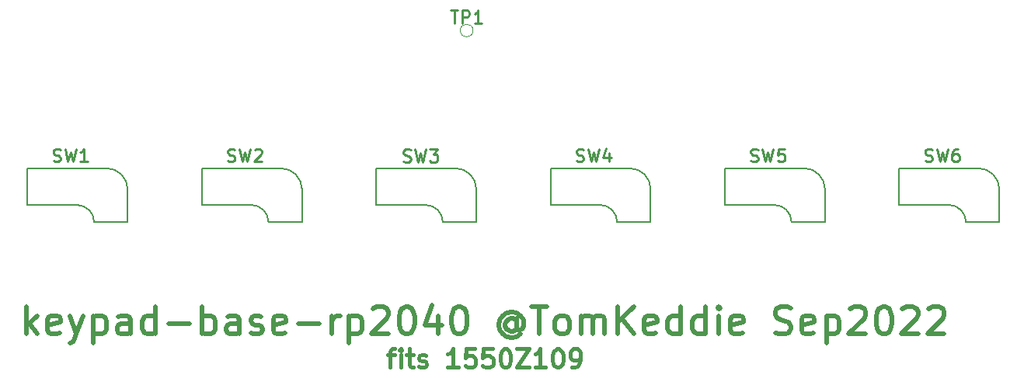
<source format=gto>
G04 #@! TF.GenerationSoftware,KiCad,Pcbnew,6.0.7-f9a2dced07~116~ubuntu22.04.1*
G04 #@! TF.CreationDate,2022-09-04T10:12:19-07:00*
G04 #@! TF.ProjectId,keypad-base-rp2040,6b657970-6164-42d6-9261-73652d727032,Jun2021*
G04 #@! TF.SameCoordinates,PX55fe290PY71d9820*
G04 #@! TF.FileFunction,Legend,Top*
G04 #@! TF.FilePolarity,Positive*
%FSLAX46Y46*%
G04 Gerber Fmt 4.6, Leading zero omitted, Abs format (unit mm)*
G04 Created by KiCad (PCBNEW 6.0.7-f9a2dced07~116~ubuntu22.04.1) date 2022-09-04 10:12:19*
%MOMM*%
%LPD*%
G01*
G04 APERTURE LIST*
%ADD10C,0.400000*%
%ADD11C,0.500000*%
%ADD12C,0.250000*%
%ADD13C,0.150000*%
%ADD14C,0.120000*%
G04 APERTURE END LIST*
D10*
X63244152Y5762572D02*
X64006057Y5762572D01*
X63529866Y4429239D02*
X63529866Y6143524D01*
X63625104Y6334000D01*
X63815580Y6429239D01*
X64006057Y6429239D01*
X64672723Y4429239D02*
X64672723Y5762572D01*
X64672723Y6429239D02*
X64577485Y6334000D01*
X64672723Y6238762D01*
X64767961Y6334000D01*
X64672723Y6429239D01*
X64672723Y6238762D01*
X65339390Y5762572D02*
X66101295Y5762572D01*
X65625104Y6429239D02*
X65625104Y4714953D01*
X65720342Y4524477D01*
X65910819Y4429239D01*
X66101295Y4429239D01*
X66672723Y4524477D02*
X66863200Y4429239D01*
X67244152Y4429239D01*
X67434628Y4524477D01*
X67529866Y4714953D01*
X67529866Y4810191D01*
X67434628Y5000667D01*
X67244152Y5095905D01*
X66958438Y5095905D01*
X66767961Y5191143D01*
X66672723Y5381620D01*
X66672723Y5476858D01*
X66767961Y5667334D01*
X66958438Y5762572D01*
X67244152Y5762572D01*
X67434628Y5667334D01*
X70958438Y4429239D02*
X69815580Y4429239D01*
X70387009Y4429239D02*
X70387009Y6429239D01*
X70196533Y6143524D01*
X70006057Y5953048D01*
X69815580Y5857810D01*
X72767961Y6429239D02*
X71815580Y6429239D01*
X71720342Y5476858D01*
X71815580Y5572096D01*
X72006057Y5667334D01*
X72482247Y5667334D01*
X72672723Y5572096D01*
X72767961Y5476858D01*
X72863200Y5286381D01*
X72863200Y4810191D01*
X72767961Y4619715D01*
X72672723Y4524477D01*
X72482247Y4429239D01*
X72006057Y4429239D01*
X71815580Y4524477D01*
X71720342Y4619715D01*
X74672723Y6429239D02*
X73720342Y6429239D01*
X73625104Y5476858D01*
X73720342Y5572096D01*
X73910819Y5667334D01*
X74387009Y5667334D01*
X74577485Y5572096D01*
X74672723Y5476858D01*
X74767961Y5286381D01*
X74767961Y4810191D01*
X74672723Y4619715D01*
X74577485Y4524477D01*
X74387009Y4429239D01*
X73910819Y4429239D01*
X73720342Y4524477D01*
X73625104Y4619715D01*
X76006057Y6429239D02*
X76196533Y6429239D01*
X76387009Y6334000D01*
X76482247Y6238762D01*
X76577485Y6048286D01*
X76672723Y5667334D01*
X76672723Y5191143D01*
X76577485Y4810191D01*
X76482247Y4619715D01*
X76387009Y4524477D01*
X76196533Y4429239D01*
X76006057Y4429239D01*
X75815580Y4524477D01*
X75720342Y4619715D01*
X75625104Y4810191D01*
X75529866Y5191143D01*
X75529866Y5667334D01*
X75625104Y6048286D01*
X75720342Y6238762D01*
X75815580Y6334000D01*
X76006057Y6429239D01*
X77339390Y6429239D02*
X78672723Y6429239D01*
X77339390Y4429239D01*
X78672723Y4429239D01*
X80482247Y4429239D02*
X79339390Y4429239D01*
X79910819Y4429239D02*
X79910819Y6429239D01*
X79720342Y6143524D01*
X79529866Y5953048D01*
X79339390Y5857810D01*
X81720342Y6429239D02*
X81910819Y6429239D01*
X82101295Y6334000D01*
X82196533Y6238762D01*
X82291771Y6048286D01*
X82387009Y5667334D01*
X82387009Y5191143D01*
X82291771Y4810191D01*
X82196533Y4619715D01*
X82101295Y4524477D01*
X81910819Y4429239D01*
X81720342Y4429239D01*
X81529866Y4524477D01*
X81434628Y4619715D01*
X81339390Y4810191D01*
X81244152Y5191143D01*
X81244152Y5667334D01*
X81339390Y6048286D01*
X81434628Y6238762D01*
X81529866Y6334000D01*
X81720342Y6429239D01*
X83339390Y4429239D02*
X83720342Y4429239D01*
X83910819Y4524477D01*
X84006057Y4619715D01*
X84196533Y4905429D01*
X84291771Y5286381D01*
X84291771Y6048286D01*
X84196533Y6238762D01*
X84101295Y6334000D01*
X83910819Y6429239D01*
X83529866Y6429239D01*
X83339390Y6334000D01*
X83244152Y6238762D01*
X83148914Y6048286D01*
X83148914Y5572096D01*
X83244152Y5381620D01*
X83339390Y5286381D01*
X83529866Y5191143D01*
X83910819Y5191143D01*
X84101295Y5286381D01*
X84196533Y5381620D01*
X84291771Y5572096D01*
D11*
X23934628Y8040858D02*
X23934628Y11040858D01*
X24220342Y9183715D02*
X25077485Y8040858D01*
X25077485Y10040858D02*
X23934628Y8898000D01*
X27506057Y8183715D02*
X27220342Y8040858D01*
X26648914Y8040858D01*
X26363200Y8183715D01*
X26220342Y8469429D01*
X26220342Y9612286D01*
X26363200Y9898000D01*
X26648914Y10040858D01*
X27220342Y10040858D01*
X27506057Y9898000D01*
X27648914Y9612286D01*
X27648914Y9326572D01*
X26220342Y9040858D01*
X28648914Y10040858D02*
X29363200Y8040858D01*
X30077485Y10040858D02*
X29363200Y8040858D01*
X29077485Y7326572D01*
X28934628Y7183715D01*
X28648914Y7040858D01*
X31220342Y10040858D02*
X31220342Y7040858D01*
X31220342Y9898000D02*
X31506057Y10040858D01*
X32077485Y10040858D01*
X32363200Y9898000D01*
X32506057Y9755143D01*
X32648914Y9469429D01*
X32648914Y8612286D01*
X32506057Y8326572D01*
X32363200Y8183715D01*
X32077485Y8040858D01*
X31506057Y8040858D01*
X31220342Y8183715D01*
X35220342Y8040858D02*
X35220342Y9612286D01*
X35077485Y9898000D01*
X34791771Y10040858D01*
X34220342Y10040858D01*
X33934628Y9898000D01*
X35220342Y8183715D02*
X34934628Y8040858D01*
X34220342Y8040858D01*
X33934628Y8183715D01*
X33791771Y8469429D01*
X33791771Y8755143D01*
X33934628Y9040858D01*
X34220342Y9183715D01*
X34934628Y9183715D01*
X35220342Y9326572D01*
X37934628Y8040858D02*
X37934628Y11040858D01*
X37934628Y8183715D02*
X37648914Y8040858D01*
X37077485Y8040858D01*
X36791771Y8183715D01*
X36648914Y8326572D01*
X36506057Y8612286D01*
X36506057Y9469429D01*
X36648914Y9755143D01*
X36791771Y9898000D01*
X37077485Y10040858D01*
X37648914Y10040858D01*
X37934628Y9898000D01*
X39363200Y9183715D02*
X41648914Y9183715D01*
X43077485Y8040858D02*
X43077485Y11040858D01*
X43077485Y9898000D02*
X43363200Y10040858D01*
X43934628Y10040858D01*
X44220342Y9898000D01*
X44363200Y9755143D01*
X44506057Y9469429D01*
X44506057Y8612286D01*
X44363200Y8326572D01*
X44220342Y8183715D01*
X43934628Y8040858D01*
X43363200Y8040858D01*
X43077485Y8183715D01*
X47077485Y8040858D02*
X47077485Y9612286D01*
X46934628Y9898000D01*
X46648914Y10040858D01*
X46077485Y10040858D01*
X45791771Y9898000D01*
X47077485Y8183715D02*
X46791771Y8040858D01*
X46077485Y8040858D01*
X45791771Y8183715D01*
X45648914Y8469429D01*
X45648914Y8755143D01*
X45791771Y9040858D01*
X46077485Y9183715D01*
X46791771Y9183715D01*
X47077485Y9326572D01*
X48363200Y8183715D02*
X48648914Y8040858D01*
X49220342Y8040858D01*
X49506057Y8183715D01*
X49648914Y8469429D01*
X49648914Y8612286D01*
X49506057Y8898000D01*
X49220342Y9040858D01*
X48791771Y9040858D01*
X48506057Y9183715D01*
X48363200Y9469429D01*
X48363200Y9612286D01*
X48506057Y9898000D01*
X48791771Y10040858D01*
X49220342Y10040858D01*
X49506057Y9898000D01*
X52077485Y8183715D02*
X51791771Y8040858D01*
X51220342Y8040858D01*
X50934628Y8183715D01*
X50791771Y8469429D01*
X50791771Y9612286D01*
X50934628Y9898000D01*
X51220342Y10040858D01*
X51791771Y10040858D01*
X52077485Y9898000D01*
X52220342Y9612286D01*
X52220342Y9326572D01*
X50791771Y9040858D01*
X53506057Y9183715D02*
X55791771Y9183715D01*
X57220342Y8040858D02*
X57220342Y10040858D01*
X57220342Y9469429D02*
X57363200Y9755143D01*
X57506057Y9898000D01*
X57791771Y10040858D01*
X58077485Y10040858D01*
X59077485Y10040858D02*
X59077485Y7040858D01*
X59077485Y9898000D02*
X59363200Y10040858D01*
X59934628Y10040858D01*
X60220342Y9898000D01*
X60363200Y9755143D01*
X60506057Y9469429D01*
X60506057Y8612286D01*
X60363200Y8326572D01*
X60220342Y8183715D01*
X59934628Y8040858D01*
X59363200Y8040858D01*
X59077485Y8183715D01*
X61648914Y10755143D02*
X61791771Y10898000D01*
X62077485Y11040858D01*
X62791771Y11040858D01*
X63077485Y10898000D01*
X63220342Y10755143D01*
X63363200Y10469429D01*
X63363200Y10183715D01*
X63220342Y9755143D01*
X61506057Y8040858D01*
X63363200Y8040858D01*
X65220342Y11040858D02*
X65506057Y11040858D01*
X65791771Y10898000D01*
X65934628Y10755143D01*
X66077485Y10469429D01*
X66220342Y9898000D01*
X66220342Y9183715D01*
X66077485Y8612286D01*
X65934628Y8326572D01*
X65791771Y8183715D01*
X65506057Y8040858D01*
X65220342Y8040858D01*
X64934628Y8183715D01*
X64791771Y8326572D01*
X64648914Y8612286D01*
X64506057Y9183715D01*
X64506057Y9898000D01*
X64648914Y10469429D01*
X64791771Y10755143D01*
X64934628Y10898000D01*
X65220342Y11040858D01*
X68791771Y10040858D02*
X68791771Y8040858D01*
X68077485Y11183715D02*
X67363200Y9040858D01*
X69220342Y9040858D01*
X70934628Y11040858D02*
X71220342Y11040858D01*
X71506057Y10898000D01*
X71648914Y10755143D01*
X71791771Y10469429D01*
X71934628Y9898000D01*
X71934628Y9183715D01*
X71791771Y8612286D01*
X71648914Y8326572D01*
X71506057Y8183715D01*
X71220342Y8040858D01*
X70934628Y8040858D01*
X70648914Y8183715D01*
X70506057Y8326572D01*
X70363200Y8612286D01*
X70220342Y9183715D01*
X70220342Y9898000D01*
X70363200Y10469429D01*
X70506057Y10755143D01*
X70648914Y10898000D01*
X70934628Y11040858D01*
X77363200Y9469429D02*
X77220342Y9612286D01*
X76934628Y9755143D01*
X76648914Y9755143D01*
X76363200Y9612286D01*
X76220342Y9469429D01*
X76077485Y9183715D01*
X76077485Y8898000D01*
X76220342Y8612286D01*
X76363200Y8469429D01*
X76648914Y8326572D01*
X76934628Y8326572D01*
X77220342Y8469429D01*
X77363200Y8612286D01*
X77363200Y9755143D02*
X77363200Y8612286D01*
X77506057Y8469429D01*
X77648914Y8469429D01*
X77934628Y8612286D01*
X78077485Y8898000D01*
X78077485Y9612286D01*
X77791771Y10040858D01*
X77363200Y10326572D01*
X76791771Y10469429D01*
X76220342Y10326572D01*
X75791771Y10040858D01*
X75506057Y9612286D01*
X75363200Y9040858D01*
X75506057Y8469429D01*
X75791771Y8040858D01*
X76220342Y7755143D01*
X76791771Y7612286D01*
X77363200Y7755143D01*
X77791771Y8040858D01*
X78934628Y11040858D02*
X80648914Y11040858D01*
X79791771Y8040858D02*
X79791771Y11040858D01*
X82077485Y8040858D02*
X81791771Y8183715D01*
X81648914Y8326572D01*
X81506057Y8612286D01*
X81506057Y9469429D01*
X81648914Y9755143D01*
X81791771Y9898000D01*
X82077485Y10040858D01*
X82506057Y10040858D01*
X82791771Y9898000D01*
X82934628Y9755143D01*
X83077485Y9469429D01*
X83077485Y8612286D01*
X82934628Y8326572D01*
X82791771Y8183715D01*
X82506057Y8040858D01*
X82077485Y8040858D01*
X84363200Y8040858D02*
X84363200Y10040858D01*
X84363200Y9755143D02*
X84506057Y9898000D01*
X84791771Y10040858D01*
X85220342Y10040858D01*
X85506057Y9898000D01*
X85648914Y9612286D01*
X85648914Y8040858D01*
X85648914Y9612286D02*
X85791771Y9898000D01*
X86077485Y10040858D01*
X86506057Y10040858D01*
X86791771Y9898000D01*
X86934628Y9612286D01*
X86934628Y8040858D01*
X88363200Y8040858D02*
X88363200Y11040858D01*
X90077485Y8040858D02*
X88791771Y9755143D01*
X90077485Y11040858D02*
X88363200Y9326572D01*
X92506057Y8183715D02*
X92220342Y8040858D01*
X91648914Y8040858D01*
X91363200Y8183715D01*
X91220342Y8469429D01*
X91220342Y9612286D01*
X91363200Y9898000D01*
X91648914Y10040858D01*
X92220342Y10040858D01*
X92506057Y9898000D01*
X92648914Y9612286D01*
X92648914Y9326572D01*
X91220342Y9040858D01*
X95220342Y8040858D02*
X95220342Y11040858D01*
X95220342Y8183715D02*
X94934628Y8040858D01*
X94363200Y8040858D01*
X94077485Y8183715D01*
X93934628Y8326572D01*
X93791771Y8612286D01*
X93791771Y9469429D01*
X93934628Y9755143D01*
X94077485Y9898000D01*
X94363200Y10040858D01*
X94934628Y10040858D01*
X95220342Y9898000D01*
X97934628Y8040858D02*
X97934628Y11040858D01*
X97934628Y8183715D02*
X97648914Y8040858D01*
X97077485Y8040858D01*
X96791771Y8183715D01*
X96648914Y8326572D01*
X96506057Y8612286D01*
X96506057Y9469429D01*
X96648914Y9755143D01*
X96791771Y9898000D01*
X97077485Y10040858D01*
X97648914Y10040858D01*
X97934628Y9898000D01*
X99363200Y8040858D02*
X99363200Y10040858D01*
X99363200Y11040858D02*
X99220342Y10898000D01*
X99363200Y10755143D01*
X99506057Y10898000D01*
X99363200Y11040858D01*
X99363200Y10755143D01*
X101934628Y8183715D02*
X101648914Y8040858D01*
X101077485Y8040858D01*
X100791771Y8183715D01*
X100648914Y8469429D01*
X100648914Y9612286D01*
X100791771Y9898000D01*
X101077485Y10040858D01*
X101648914Y10040858D01*
X101934628Y9898000D01*
X102077485Y9612286D01*
X102077485Y9326572D01*
X100648914Y9040858D01*
X105506057Y8183715D02*
X105934628Y8040858D01*
X106648914Y8040858D01*
X106934628Y8183715D01*
X107077485Y8326572D01*
X107220342Y8612286D01*
X107220342Y8898000D01*
X107077485Y9183715D01*
X106934628Y9326572D01*
X106648914Y9469429D01*
X106077485Y9612286D01*
X105791771Y9755143D01*
X105648914Y9898000D01*
X105506057Y10183715D01*
X105506057Y10469429D01*
X105648914Y10755143D01*
X105791771Y10898000D01*
X106077485Y11040858D01*
X106791771Y11040858D01*
X107220342Y10898000D01*
X109648914Y8183715D02*
X109363200Y8040858D01*
X108791771Y8040858D01*
X108506057Y8183715D01*
X108363200Y8469429D01*
X108363200Y9612286D01*
X108506057Y9898000D01*
X108791771Y10040858D01*
X109363200Y10040858D01*
X109648914Y9898000D01*
X109791771Y9612286D01*
X109791771Y9326572D01*
X108363200Y9040858D01*
X111077485Y10040858D02*
X111077485Y7040858D01*
X111077485Y9898000D02*
X111363200Y10040858D01*
X111934628Y10040858D01*
X112220342Y9898000D01*
X112363200Y9755143D01*
X112506057Y9469429D01*
X112506057Y8612286D01*
X112363200Y8326572D01*
X112220342Y8183715D01*
X111934628Y8040858D01*
X111363200Y8040858D01*
X111077485Y8183715D01*
X113648914Y10755143D02*
X113791771Y10898000D01*
X114077485Y11040858D01*
X114791771Y11040858D01*
X115077485Y10898000D01*
X115220342Y10755143D01*
X115363200Y10469429D01*
X115363200Y10183715D01*
X115220342Y9755143D01*
X113506057Y8040858D01*
X115363200Y8040858D01*
X117220342Y11040858D02*
X117506057Y11040858D01*
X117791771Y10898000D01*
X117934628Y10755143D01*
X118077485Y10469429D01*
X118220342Y9898000D01*
X118220342Y9183715D01*
X118077485Y8612286D01*
X117934628Y8326572D01*
X117791771Y8183715D01*
X117506057Y8040858D01*
X117220342Y8040858D01*
X116934628Y8183715D01*
X116791771Y8326572D01*
X116648914Y8612286D01*
X116506057Y9183715D01*
X116506057Y9898000D01*
X116648914Y10469429D01*
X116791771Y10755143D01*
X116934628Y10898000D01*
X117220342Y11040858D01*
X119363200Y10755143D02*
X119506057Y10898000D01*
X119791771Y11040858D01*
X120506057Y11040858D01*
X120791771Y10898000D01*
X120934628Y10755143D01*
X121077485Y10469429D01*
X121077485Y10183715D01*
X120934628Y9755143D01*
X119220342Y8040858D01*
X121077485Y8040858D01*
X122220342Y10755143D02*
X122363200Y10898000D01*
X122648914Y11040858D01*
X123363200Y11040858D01*
X123648914Y10898000D01*
X123791771Y10755143D01*
X123934628Y10469429D01*
X123934628Y10183715D01*
X123791771Y9755143D01*
X122077485Y8040858D01*
X123934628Y8040858D01*
D12*
G04 #@! TO.C,SW1*
X26833333Y26913334D02*
X27033333Y26846667D01*
X27366666Y26846667D01*
X27500000Y26913334D01*
X27566666Y26980000D01*
X27633333Y27113334D01*
X27633333Y27246667D01*
X27566666Y27380000D01*
X27500000Y27446667D01*
X27366666Y27513334D01*
X27100000Y27580000D01*
X26966666Y27646667D01*
X26900000Y27713334D01*
X26833333Y27846667D01*
X26833333Y27980000D01*
X26900000Y28113334D01*
X26966666Y28180000D01*
X27100000Y28246667D01*
X27433333Y28246667D01*
X27633333Y28180000D01*
X28100000Y28246667D02*
X28433333Y26846667D01*
X28700000Y27846667D01*
X28966666Y26846667D01*
X29300000Y28246667D01*
X30566666Y26846667D02*
X29766666Y26846667D01*
X30166666Y26846667D02*
X30166666Y28246667D01*
X30033333Y28046667D01*
X29900000Y27913334D01*
X29766666Y27846667D01*
G04 #@! TO.C,SW2*
X45833333Y26913334D02*
X46033333Y26846667D01*
X46366666Y26846667D01*
X46500000Y26913334D01*
X46566666Y26980000D01*
X46633333Y27113334D01*
X46633333Y27246667D01*
X46566666Y27380000D01*
X46500000Y27446667D01*
X46366666Y27513334D01*
X46100000Y27580000D01*
X45966666Y27646667D01*
X45900000Y27713334D01*
X45833333Y27846667D01*
X45833333Y27980000D01*
X45900000Y28113334D01*
X45966666Y28180000D01*
X46100000Y28246667D01*
X46433333Y28246667D01*
X46633333Y28180000D01*
X47100000Y28246667D02*
X47433333Y26846667D01*
X47700000Y27846667D01*
X47966666Y26846667D01*
X48300000Y28246667D01*
X48766666Y28113334D02*
X48833333Y28180000D01*
X48966666Y28246667D01*
X49300000Y28246667D01*
X49433333Y28180000D01*
X49500000Y28113334D01*
X49566666Y27980000D01*
X49566666Y27846667D01*
X49500000Y27646667D01*
X48700000Y26846667D01*
X49566666Y26846667D01*
G04 #@! TO.C,SW3*
X64986133Y26865334D02*
X65186133Y26798667D01*
X65519466Y26798667D01*
X65652800Y26865334D01*
X65719466Y26932000D01*
X65786133Y27065334D01*
X65786133Y27198667D01*
X65719466Y27332000D01*
X65652800Y27398667D01*
X65519466Y27465334D01*
X65252800Y27532000D01*
X65119466Y27598667D01*
X65052800Y27665334D01*
X64986133Y27798667D01*
X64986133Y27932000D01*
X65052800Y28065334D01*
X65119466Y28132000D01*
X65252800Y28198667D01*
X65586133Y28198667D01*
X65786133Y28132000D01*
X66252800Y28198667D02*
X66586133Y26798667D01*
X66852800Y27798667D01*
X67119466Y26798667D01*
X67452800Y28198667D01*
X67852800Y28198667D02*
X68719466Y28198667D01*
X68252800Y27665334D01*
X68452800Y27665334D01*
X68586133Y27598667D01*
X68652800Y27532000D01*
X68719466Y27398667D01*
X68719466Y27065334D01*
X68652800Y26932000D01*
X68586133Y26865334D01*
X68452800Y26798667D01*
X68052800Y26798667D01*
X67919466Y26865334D01*
X67852800Y26932000D01*
G04 #@! TO.C,SW4*
X83833333Y26913334D02*
X84033333Y26846667D01*
X84366666Y26846667D01*
X84500000Y26913334D01*
X84566666Y26980000D01*
X84633333Y27113334D01*
X84633333Y27246667D01*
X84566666Y27380000D01*
X84500000Y27446667D01*
X84366666Y27513334D01*
X84100000Y27580000D01*
X83966666Y27646667D01*
X83900000Y27713334D01*
X83833333Y27846667D01*
X83833333Y27980000D01*
X83900000Y28113334D01*
X83966666Y28180000D01*
X84100000Y28246667D01*
X84433333Y28246667D01*
X84633333Y28180000D01*
X85100000Y28246667D02*
X85433333Y26846667D01*
X85700000Y27846667D01*
X85966666Y26846667D01*
X86300000Y28246667D01*
X87433333Y27780000D02*
X87433333Y26846667D01*
X87100000Y28313334D02*
X86766666Y27313334D01*
X87633333Y27313334D01*
G04 #@! TO.C,SW5*
X102833333Y26913334D02*
X103033333Y26846667D01*
X103366666Y26846667D01*
X103500000Y26913334D01*
X103566666Y26980000D01*
X103633333Y27113334D01*
X103633333Y27246667D01*
X103566666Y27380000D01*
X103500000Y27446667D01*
X103366666Y27513334D01*
X103100000Y27580000D01*
X102966666Y27646667D01*
X102900000Y27713334D01*
X102833333Y27846667D01*
X102833333Y27980000D01*
X102900000Y28113334D01*
X102966666Y28180000D01*
X103100000Y28246667D01*
X103433333Y28246667D01*
X103633333Y28180000D01*
X104100000Y28246667D02*
X104433333Y26846667D01*
X104700000Y27846667D01*
X104966666Y26846667D01*
X105300000Y28246667D01*
X106500000Y28246667D02*
X105833333Y28246667D01*
X105766666Y27580000D01*
X105833333Y27646667D01*
X105966666Y27713334D01*
X106300000Y27713334D01*
X106433333Y27646667D01*
X106500000Y27580000D01*
X106566666Y27446667D01*
X106566666Y27113334D01*
X106500000Y26980000D01*
X106433333Y26913334D01*
X106300000Y26846667D01*
X105966666Y26846667D01*
X105833333Y26913334D01*
X105766666Y26980000D01*
G04 #@! TO.C,SW6*
X121833333Y26913334D02*
X122033333Y26846667D01*
X122366666Y26846667D01*
X122500000Y26913334D01*
X122566666Y26980000D01*
X122633333Y27113334D01*
X122633333Y27246667D01*
X122566666Y27380000D01*
X122500000Y27446667D01*
X122366666Y27513334D01*
X122100000Y27580000D01*
X121966666Y27646667D01*
X121900000Y27713334D01*
X121833333Y27846667D01*
X121833333Y27980000D01*
X121900000Y28113334D01*
X121966666Y28180000D01*
X122100000Y28246667D01*
X122433333Y28246667D01*
X122633333Y28180000D01*
X123100000Y28246667D02*
X123433333Y26846667D01*
X123700000Y27846667D01*
X123966666Y26846667D01*
X124300000Y28246667D01*
X125433333Y28246667D02*
X125166666Y28246667D01*
X125033333Y28180000D01*
X124966666Y28113334D01*
X124833333Y27913334D01*
X124766666Y27646667D01*
X124766666Y27113334D01*
X124833333Y26980000D01*
X124900000Y26913334D01*
X125033333Y26846667D01*
X125300000Y26846667D01*
X125433333Y26913334D01*
X125500000Y26980000D01*
X125566666Y27113334D01*
X125566666Y27446667D01*
X125500000Y27580000D01*
X125433333Y27646667D01*
X125300000Y27713334D01*
X125033333Y27713334D01*
X124900000Y27646667D01*
X124833333Y27580000D01*
X124766666Y27446667D01*
G04 #@! TO.C,TP1*
X70115333Y43362667D02*
X70915333Y43362667D01*
X70515333Y41962667D02*
X70515333Y43362667D01*
X71382000Y41962667D02*
X71382000Y43362667D01*
X71915333Y43362667D01*
X72048666Y43296000D01*
X72115333Y43229334D01*
X72182000Y43096000D01*
X72182000Y42896000D01*
X72115333Y42762667D01*
X72048666Y42696000D01*
X71915333Y42629334D01*
X71382000Y42629334D01*
X73515333Y41962667D02*
X72715333Y41962667D01*
X73115333Y41962667D02*
X73115333Y43362667D01*
X72982000Y43162667D01*
X72848666Y43029334D01*
X72715333Y42962667D01*
D13*
G04 #@! TO.C,SW1*
X24020000Y22130000D02*
X29380000Y22130000D01*
X34926000Y23952000D02*
X34926000Y20240000D01*
X24020000Y26130000D02*
X32640000Y26130000D01*
X34918000Y20240000D02*
X31290000Y20240000D01*
X24020000Y26130000D02*
X24020000Y22130000D01*
X34926000Y23845000D02*
G75*
G03*
X32640000Y26131000I-2286000J0D01*
G01*
X31290000Y20240000D02*
G75*
G03*
X29400000Y22130000I-1890000J0D01*
G01*
G04 #@! TO.C,SW2*
X53926000Y23952000D02*
X53926000Y20240000D01*
X43020000Y26130000D02*
X43020000Y22130000D01*
X43020000Y26130000D02*
X51640000Y26130000D01*
X43020000Y22130000D02*
X48380000Y22130000D01*
X53918000Y20240000D02*
X50290000Y20240000D01*
X53926000Y23845000D02*
G75*
G03*
X51640000Y26131000I-2286000J0D01*
G01*
X50290000Y20240000D02*
G75*
G03*
X48400000Y22130000I-1890000J0D01*
G01*
G04 #@! TO.C,SW3*
X72918000Y20240000D02*
X69290000Y20240000D01*
X62020000Y22130000D02*
X67380000Y22130000D01*
X62020000Y26130000D02*
X70640000Y26130000D01*
X62020000Y26130000D02*
X62020000Y22130000D01*
X72926000Y23952000D02*
X72926000Y20240000D01*
X72926000Y23845000D02*
G75*
G03*
X70640000Y26131000I-2286000J0D01*
G01*
X69290000Y20240000D02*
G75*
G03*
X67400000Y22130000I-1890000J0D01*
G01*
G04 #@! TO.C,SW4*
X91918000Y20240000D02*
X88290000Y20240000D01*
X81020000Y22130000D02*
X86380000Y22130000D01*
X81020000Y26130000D02*
X89640000Y26130000D01*
X91926000Y23952000D02*
X91926000Y20240000D01*
X81020000Y26130000D02*
X81020000Y22130000D01*
X88290000Y20240000D02*
G75*
G03*
X86400000Y22130000I-1890000J0D01*
G01*
X91926000Y23845000D02*
G75*
G03*
X89640000Y26131000I-2286000J0D01*
G01*
G04 #@! TO.C,SW5*
X100020000Y26130000D02*
X108640000Y26130000D01*
X100020000Y26130000D02*
X100020000Y22130000D01*
X110926000Y23952000D02*
X110926000Y20240000D01*
X110918000Y20240000D02*
X107290000Y20240000D01*
X100020000Y22130000D02*
X105380000Y22130000D01*
X110926000Y23845000D02*
G75*
G03*
X108640000Y26131000I-2286000J0D01*
G01*
X107290000Y20240000D02*
G75*
G03*
X105400000Y22130000I-1890000J0D01*
G01*
G04 #@! TO.C,SW6*
X129926000Y23952000D02*
X129926000Y20240000D01*
X129918000Y20240000D02*
X126290000Y20240000D01*
X119020000Y22130000D02*
X124380000Y22130000D01*
X119020000Y26130000D02*
X127640000Y26130000D01*
X119020000Y26130000D02*
X119020000Y22130000D01*
X126290000Y20240000D02*
G75*
G03*
X124400000Y22130000I-1890000J0D01*
G01*
X129926000Y23845000D02*
G75*
G03*
X127640000Y26131000I-2286000J0D01*
G01*
D14*
G04 #@! TO.C,TP1*
X72582000Y41148000D02*
G75*
G03*
X72582000Y41148000I-700000J0D01*
G01*
G04 #@! TD*
M02*

</source>
